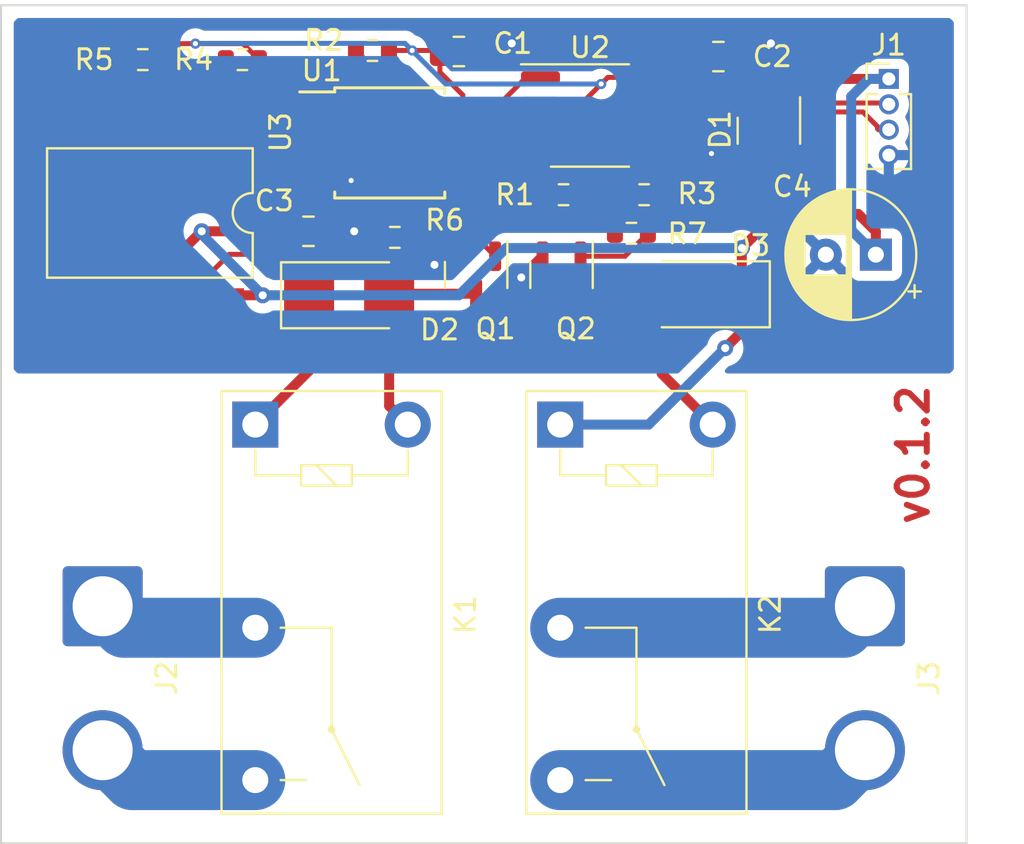
<source format=kicad_pcb>
(kicad_pcb (version 20211014) (generator pcbnew)
  (layers (0 "F.Cu" signal) (31 "B.Cu" signal) (34 "B.Paste" user) (35 "F.Paste" user) (36 "B.SilkS" user "B.Silkscreen") (37 "F.SilkS" user "F.Silkscreen") (38 "B.Mask" user) (39 "F.Mask" user) (44 "Edge.Cuts" user))
  (net 0 "")
  (net 1 "VCC")
  (net 2 "GND")
  (net 3 "/A")
  (net 4 "/B")
  (net 5 "Net-(R1-Pad2)")
  (net 6 "Net-(R2-Pad2)")
  (net 7 "Net-(R3-Pad2)")
  (net 9 "Net-(U3-Pad1)")
  (net 10 "Net-(U3-Pad3)")
  (net 11 "/R1")
  (net 12 "/R2")
  (net 13 "Net-(U3-Pad7)")
  (net 14 "Net-(U3-Pad5)")
  (net 15 "Net-(R6-Pad2)")
  (net 16 "Net-(R7-Pad2)")
  (net 17 "Net-(Q1-Pad3)")
  (net 18 "Net-(Q2-Pad3)")
  (net 19 "Net-(K1-Pad2)")
  (net 20 "Net-(K1-Pad3)")
  (net 21 "Net-(K2-Pad2)")
  (net 22 "Net-(K2-Pad3)")
  (footprint "Connector_PinHeader_1.27mm:PinHeader_1x04_P1.27mm_Vertical" (layer "F.Cu") (at 126.2888 50.038)
    (fp_text reference "J1" (at 0 -1.695) (layer "F.SilkS"))
    (fp_text value "Conn_01x04_Male")
    (fp_line (start -1.11 0.76) (end -1.11 4.505) (layer "F.SilkS") (width 0.12))
    (fp_line (start 0.563471 0.76) (end 1.11 0.76) (layer "F.SilkS") (width 0.12))
    (fp_line (start -1.11 -0.76) (end 0 -0.76) (layer "F.SilkS") (width 0.12))
    (fp_line (start -1.11 4.505) (end -0.30753 4.505) (layer "F.SilkS") (width 0.12))
    (fp_line (start 1.11 0.76) (end 1.11 4.505) (layer "F.SilkS") (width 0.12))
    (fp_line (start -1.11 0.76) (end -0.563471 0.76) (layer "F.SilkS") (width 0.12))
    (fp_line (start -1.11 0) (end -1.11 -0.76) (layer "F.SilkS") (width 0.12))
    (fp_line (start 0.30753 4.505) (end 1.11 4.505) (layer "F.SilkS") (width 0.12))
    (pad "1" thru_hole rect locked (at 0 0) (size 1 1) (drill 0.65) (layers *.Cu *.Mask) (net 1 "VCC"))
    (pad "2" thru_hole oval locked (at 0 1.27) (size 1 1) (drill 0.65) (layers *.Cu *.Mask) (net 4 "/B"))
    (pad "3" thru_hole oval locked (at 0 2.54) (size 1 1) (drill 0.65) (layers *.Cu *.Mask) (net 3 "/A"))
    (pad "4" thru_hole oval locked (at 0 3.81) (size 1 1) (drill 0.65) (layers *.Cu *.Mask) (net 2 "GND"))
  )
  (footprint "Package_TO_SOT_SMD:SOT-23" (layer "F.Cu") (at 109.9312 59.8424 -90)
    (fp_text reference "Q2" (at 2.6924 -0.7112 180) (layer "F.SilkS"))
    (fp_text value "MMBT3904")
    (fp_line (start 0 1.56) (end 0.65 1.56) (layer "F.SilkS") (width 0.12))
    (fp_line (start 0 -1.56) (end 0.65 -1.56) (layer "F.SilkS") (width 0.12))
    (fp_line (start 0 1.56) (end -0.65 1.56) (layer "F.SilkS") (width 0.12))
    (fp_line (start 0 -1.56) (end -1.675 -1.56) (layer "F.SilkS") (width 0.12))
    (pad "1" smd roundrect locked (at -0.9375 -0.95 270) (size 1.475 0.6) (layers "F.Cu" "F.Paste" "F.Mask") (net 16 "Net-(R7-Pad2)"))
    (pad "2" smd roundrect locked (at -0.9375 0.95 270) (size 1.475 0.6) (layers "F.Cu" "F.Paste" "F.Mask") (net 2 "GND"))
    (pad "3" smd roundrect locked (at 0.9375 0 270) (size 1.475 0.6) (layers "F.Cu" "F.Paste" "F.Mask") (net 18 "Net-(Q2-Pad3)"))
  )
  (footprint "Capacitor_SMD:C_0805_2012Metric" (layer "F.Cu") (at 117.7696 48.9204)
    (fp_text reference "C2" (at 2.6924 0) (layer "F.SilkS"))
    (fp_text value "0.1uF")
    (fp_line (start -0.261252 0.735) (end 0.261252 0.735) (layer "F.SilkS") (width 0.12))
    (fp_line (start -0.261252 -0.735) (end 0.261252 -0.735) (layer "F.SilkS") (width 0.12))
    (pad "1" smd roundrect locked (at -0.95 0) (size 1 1.45) (layers "F.Cu" "F.Paste" "F.Mask") (net 1 "VCC"))
    (pad "2" smd roundrect locked (at 0.95 0) (size 1 1.45) (layers "F.Cu" "F.Paste" "F.Mask") (net 2 "GND"))
  )
  (footprint "Package_TO_SOT_SMD:SOT-23" (layer "F.Cu") (at 105.664 59.8424 -90)
    (fp_text reference "Q1" (at 2.6924 -0.9652 180) (layer "F.SilkS"))
    (fp_text value "MMBT3904")
    (fp_line (start 0 1.56) (end -0.65 1.56) (layer "F.SilkS") (width 0.12))
    (fp_line (start 0 1.56) (end 0.65 1.56) (layer "F.SilkS") (width 0.12))
    (fp_line (start 0 -1.56) (end -1.675 -1.56) (layer "F.SilkS") (width 0.12))
    (fp_line (start 0 -1.56) (end 0.65 -1.56) (layer "F.SilkS") (width 0.12))
    (pad "1" smd roundrect locked (at -0.9375 -0.95 270) (size 1.475 0.6) (layers "F.Cu" "F.Paste" "F.Mask") (net 15 "Net-(R6-Pad2)"))
    (pad "2" smd roundrect locked (at -0.9375 0.95 270) (size 1.475 0.6) (layers "F.Cu" "F.Paste" "F.Mask") (net 2 "GND"))
    (pad "3" smd roundrect locked (at 0.9375 0 270) (size 1.475 0.6) (layers "F.Cu" "F.Paste" "F.Mask") (net 17 "Net-(Q1-Pad3)"))
  )
  (footprint "Package_SO:SOIC-8_3.9x4.9mm_P1.27mm" (layer "F.Cu") (at 111.3536 51.8668)
    (fp_text reference "U2" (at 0 -3.4) (layer "F.SilkS"))
    (fp_text value "MAX485E")
    (fp_line (start 0 -2.56) (end -3.45 -2.56) (layer "F.SilkS") (width 0.12))
    (fp_line (start 0 2.56) (end 1.95 2.56) (layer "F.SilkS") (width 0.12))
    (fp_line (start 0 -2.56) (end 1.95 -2.56) (layer "F.SilkS") (width 0.12))
    (fp_line (start 0 2.56) (end -1.95 2.56) (layer "F.SilkS") (width 0.12))
    (pad "1" smd roundrect locked (at -2.475 -1.905) (size 1.95 0.6) (layers "F.Cu" "F.Paste" "F.Mask") (net 6 "Net-(R2-Pad2)"))
    (pad "2" smd roundrect locked (at -2.475 -0.635) (size 1.95 0.6) (layers "F.Cu" "F.Paste" "F.Mask") (net 7 "Net-(R3-Pad2)"))
    (pad "3" smd roundrect locked (at -2.475 0.635) (size 1.95 0.6) (layers "F.Cu" "F.Paste" "F.Mask") (net 7 "Net-(R3-Pad2)"))
    (pad "4" smd roundrect locked (at -2.475 1.905) (size 1.95 0.6) (layers "F.Cu" "F.Paste" "F.Mask") (net 5 "Net-(R1-Pad2)"))
    (pad "5" smd roundrect locked (at 2.475 1.905) (size 1.95 0.6) (layers "F.Cu" "F.Paste" "F.Mask") (net 2 "GND"))
    (pad "6" smd roundrect locked (at 2.475 0.635) (size 1.95 0.6) (layers "F.Cu" "F.Paste" "F.Mask") (net 3 "/A"))
    (pad "7" smd roundrect locked (at 2.475 -0.635) (size 1.95 0.6) (layers "F.Cu" "F.Paste" "F.Mask") (net 4 "/B"))
    (pad "8" smd roundrect locked (at 2.475 -1.905) (size 1.95 0.6) (layers "F.Cu" "F.Paste" "F.Mask") (net 1 "VCC"))
  )
  (footprint "Diode_SMD:D_SMA" (layer "F.Cu") (at 99.314 60.8584)
    (fp_text reference "D2" (at 4.5212 1.7272) (layer "F.SilkS"))
    (fp_text value "1N4001")
    (fp_line (start -3.4 1.65) (end 2 1.65) (layer "F.SilkS") (width 0.12))
    (fp_line (start -3.4 -1.65) (end -3.4 1.65) (layer "F.SilkS") (width 0.12))
    (fp_line (start -3.4 -1.65) (end 2 -1.65) (layer "F.SilkS") (width 0.12))
    (pad "1" smd rect locked (at -2 0) (size 2.5 1.8) (layers "F.Cu" "F.Paste" "F.Mask") (net 1 "VCC"))
    (pad "2" smd rect locked (at 2 0) (size 2.5 1.8) (layers "F.Cu" "F.Paste" "F.Mask") (net 17 "Net-(Q1-Pad3)"))
  )
  (footprint "Resistor_SMD:R_0603_1608Metric" (layer "F.Cu") (at 89.0016 49.0728 180)
    (fp_text reference "R5" (at 2.4384 0) (layer "F.SilkS"))
    (fp_text value "1k")
    (fp_line (start -0.237258 -0.5225) (end 0.237258 -0.5225) (layer "F.SilkS") (width 0.12))
    (fp_line (start -0.237258 0.5225) (end 0.237258 0.5225) (layer "F.SilkS") (width 0.12))
    (pad "1" smd roundrect locked (at -0.825 0 180) (size 0.8 0.95) (layers "F.Cu" "F.Paste" "F.Mask") (net 1 "VCC"))
    (pad "2" smd roundrect locked (at 0.825 0 180) (size 0.8 0.95) (layers "F.Cu" "F.Paste" "F.Mask") (net 10 "Net-(U3-Pad3)"))
  )
  (footprint "Resistor_SMD:R_0603_1608Metric" (layer "F.Cu") (at 113.4242 57.7596)
    (fp_text reference "R7" (at 2.7808 0.0254) (layer "F.SilkS"))
    (fp_text value "1k")
    (fp_line (start -0.237258 -0.5225) (end 0.237258 -0.5225) (layer "F.SilkS") (width 0.12))
    (fp_line (start -0.237258 0.5225) (end 0.237258 0.5225) (layer "F.SilkS") (width 0.12))
    (pad "1" smd roundrect locked (at -0.825 0) (size 0.8 0.95) (layers "F.Cu" "F.Paste" "F.Mask") (net 14 "Net-(U3-Pad5)"))
    (pad "2" smd roundrect locked (at 0.825 0) (size 0.8 0.95) (layers "F.Cu" "F.Paste" "F.Mask") (net 16 "Net-(R7-Pad2)"))
  )
  (footprint "Relay_THT:Relay_SPST_Omron-G5Q-1A" (layer "F.Cu") (at 109.865 67.325 -90)
    (fp_text reference "K2" (at 9.5 -10.5 90) (layer "F.SilkS"))
    (fp_text value "G5Q-1A")
    (fp_line (start 17.78 -1.27) (end 17.78 -2.54) (layer "F.SilkS") (width 0.12))
    (fp_line (start 2.54 -2.29) (end 2.03 -2.29) (layer "F.SilkS") (width 0.12))
    (fp_line (start 2.03 -4.83) (end 2.54 -4.83) (layer "F.SilkS") (width 0.12))
    (fp_line (start 2.54 -4.83) (end 3.05 -4.83) (layer "F.SilkS") (width 0.12))
    (fp_line (start -1.68 -9.31) (end 19.46 -9.31) (layer "F.SilkS") (width 0.12))
    (fp_line (start 19.46 1.69) (end 19.46 -9.31) (layer "F.SilkS") (width 0.12))
    (fp_line (start 2.54 0) (end 2.54 -2.29) (layer "F.SilkS") (width 0.12))
    (fp_line (start -1.68 1.69) (end -1.68 -9.31) (layer "F.SilkS") (width 0.12))
    (fp_line (start 2.03 -2.29) (end 2.03 -4.83) (layer "F.SilkS") (width 0.12))
    (fp_line (start 2.54 -4.83) (end 2.54 -7.62) (layer "F.SilkS") (width 0.12))
    (fp_line (start 1.27 0) (end 2.54 0) (layer "F.SilkS") (width 0.12))
    (fp_line (start 10.16 -3.81) (end 15.24 -3.81) (layer "F.SilkS") (width 0.12))
    (fp_line (start -1.68 1.69) (end 19.46 1.69) (layer "F.SilkS") (width 0.12))
    (fp_line (start 10.16 -1.27) (end 10.16 -3.81) (layer "F.SilkS") (width 0.12))
    (fp_line (start 3.05 -2.29) (end 2.54 -2.29) (layer "F.SilkS") (width 0.12))
    (fp_line (start 3.05 -4.83) (end 3.05 -2.29) (layer "F.SilkS") (width 0.12))
    (fp_line (start 2.03 -3.05) (end 3.05 -4.06) (layer "F.SilkS") (width 0.12))
    (fp_line (start 2.54 -7.62) (end 1.27 -7.62) (layer "F.SilkS") (width 0.12))
    (fp_line (start 15.24 -3.81) (end 18.03 -5.21) (layer "F.SilkS") (width 0.12))
    (fp_circle (center 15.24 -3.81) (end 15.24 -3.68) (layer "F.SilkS") (width 0.12) (fill none))
    (pad "1" thru_hole rect locked (at 0 0 90) (size 2.3 2.3) (drill 1.3) (layers *.Cu *.Mask) (net 1 "VCC"))
    (pad "2" thru_hole circle locked (at 10.16 0 90) (size 2.3 2.3) (drill 1.3) (layers *.Cu *.Mask) (net 21 "Net-(K2-Pad2)"))
    (pad "3" thru_hole circle locked (at 17.78 0 90) (size 2.3 2.3) (drill 1.3) (layers *.Cu *.Mask) (net 22 "Net-(K2-Pad3)"))
    (pad "5" thru_hole circle locked (at 0 -7.62 90) (size 2.3 2.3) (drill 1.3) (layers *.Cu *.Mask) (net 18 "Net-(Q2-Pad3)"))
  )
  (footprint "Package_TO_SOT_SMD:SOT-23" (layer "F.Cu") (at 120.2944 52.6288 -90)
    (fp_text reference "D1" (at -0.0508 2.4384 90) (layer "F.SilkS"))
    (fp_text value "SM712_SOT23")
    (fp_line (start 0 1.56) (end 0.65 1.56) (layer "F.SilkS") (width 0.12))
    (fp_line (start 0 1.56) (end -0.65 1.56) (layer "F.SilkS") (width 0.12))
    (fp_line (start 0 -1.56) (end -1.675 -1.56) (layer "F.SilkS") (width 0.12))
    (fp_line (start 0 -1.56) (end 0.65 -1.56) (layer "F.SilkS") (width 0.12))
    (pad "1" smd roundrect locked (at -0.9375 -0.95 270) (size 1.475 0.6) (layers "F.Cu" "F.Paste" "F.Mask") (net 3 "/A"))
    (pad "2" smd roundrect locked (at -0.9375 0.95 270) (size 1.475 0.6) (layers "F.Cu" "F.Paste" "F.Mask") (net 4 "/B"))
    (pad "3" smd roundrect locked (at 0.9375 0 270) (size 1.475 0.6) (layers "F.Cu" "F.Paste" "F.Mask") (net 2 "GND"))
  )
  (footprint "Resistor_SMD:R_0603_1608Metric" (layer "F.Cu") (at 110.0328 55.8292 180)
    (fp_text reference "R1" (at 2.4384 0) (layer "F.SilkS"))
    (fp_text value "10K")
    (fp_line (start -0.237258 0.5225) (end 0.237258 0.5225) (layer "F.SilkS") (width 0.12))
    (fp_line (start -0.237258 -0.5225) (end 0.237258 -0.5225) (layer "F.SilkS") (width 0.12))
    (pad "1" smd roundrect locked (at -0.825 0 180) (size 0.8 0.95) (layers "F.Cu" "F.Paste" "F.Mask") (net 1 "VCC"))
    (pad "2" smd roundrect locked (at 0.825 0 180) (size 0.8 0.95) (layers "F.Cu" "F.Paste" "F.Mask") (net 5 "Net-(R1-Pad2)"))
  )
  (footprint "Connector_Wire:SolderWire-2.5sqmm_1x02_P7.2mm_D2.4mm_OD3.6mm" (layer "F.Cu") (at 125.095 76.41 -90)
    (fp_text reference "J3" (at 3.6 -3.2 90) (layer "F.SilkS"))
    (fp_text value "Conn_01x02_Male")
    (pad "1" thru_hole roundrect locked (at 0 0 270) (size 4 4) (drill 3) (layers *.Cu *.Mask) (roundrect_rratio 0.0625) (net 21 "Net-(K2-Pad2)"))
    (pad "2" thru_hole circle locked (at 7.2 0 270) (size 4 4) (drill 3) (layers *.Cu *.Mask) (net 22 "Net-(K2-Pad3)"))
  )
  (footprint "Capacitor_SMD:C_0805_2012Metric" (layer "F.Cu") (at 97.282 57.658)
    (fp_text reference "C3" (at -1.712 -1.524 180) (layer "F.SilkS"))
    (fp_text value "0.1uF")
    (fp_line (start -0.261252 0.735) (end 0.261252 0.735) (layer "F.SilkS") (width 0.12))
    (fp_line (start -0.261252 -0.735) (end 0.261252 -0.735) (layer "F.SilkS") (width 0.12))
    (pad "1" smd roundrect locked (at -0.95 0) (size 1 1.45) (layers "F.Cu" "F.Paste" "F.Mask") (net 1 "VCC"))
    (pad "2" smd roundrect locked (at 0.95 0) (size 1 1.45) (layers "F.Cu" "F.Paste" "F.Mask") (net 2 "GND"))
  )
  (footprint "Relay_THT:Relay_SPST_Omron-G5Q-1A" (layer "F.Cu") (at 94.625 67.325 -90)
    (fp_text reference "K1" (at 9.5 -10.5 90) (layer "F.SilkS"))
    (fp_text value "G5Q-1A")
    (fp_line (start 2.54 -4.83) (end 2.54 -7.62) (layer "F.SilkS") (width 0.12))
    (fp_line (start 2.03 -2.29) (end 2.03 -4.83) (layer "F.SilkS") (width 0.12))
    (fp_line (start 2.54 -2.29) (end 2.03 -2.29) (layer "F.SilkS") (width 0.12))
    (fp_line (start 3.05 -4.83) (end 3.05 -2.29) (layer "F.SilkS") (width 0.12))
    (fp_line (start 10.16 -1.27) (end 10.16 -3.81) (layer "F.SilkS") (width 0.12))
    (fp_line (start 17.78 -1.27) (end 17.78 -2.54) (layer "F.SilkS") (width 0.12))
    (fp_line (start 10.16 -3.81) (end 15.24 -3.81) (layer "F.SilkS") (width 0.12))
    (fp_line (start 1.27 0) (end 2.54 0) (layer "F.SilkS") (width 0.12))
    (fp_line (start 2.03 -3.05) (end 3.05 -4.06) (layer "F.SilkS") (width 0.12))
    (fp_line (start 15.24 -3.81) (end 18.03 -5.21) (layer "F.SilkS") (width 0.12))
    (fp_line (start 2.03 -4.83) (end 2.54 -4.83) (layer "F.SilkS") (width 0.12))
    (fp_line (start -1.68 1.69) (end 19.46 1.69) (layer "F.SilkS") (width 0.12))
    (fp_line (start 3.05 -2.29) (end 2.54 -2.29) (layer "F.SilkS") (width 0.12))
    (fp_line (start 2.54 0) (end 2.54 -2.29) (layer "F.SilkS") (width 0.12))
    (fp_line (start 19.46 1.69) (end 19.46 -9.31) (layer "F.SilkS") (width 0.12))
    (fp_line (start 2.54 -7.62) (end 1.27 -7.62) (layer "F.SilkS") (width 0.12))
    (fp_line (start -1.68 1.69) (end -1.68 -9.31) (layer "F.SilkS") (width 0.12))
    (fp_line (start 2.54 -4.83) (end 3.05 -4.83) (layer "F.SilkS") (width 0.12))
    (fp_line (start -1.68 -9.31) (end 19.46 -9.31) (layer "F.SilkS") (width 0.12))
    (fp_circle (center 15.24 -3.81) (end 15.24 -3.68) (layer "F.SilkS") (width 0.12) (fill none))
    (pad "1" thru_hole rect locked (at 0 0 90) (size 2.3 2.3) (drill 1.3) (layers *.Cu *.Mask) (net 1 "VCC"))
    (pad "2" thru_hole circle locked (at 10.16 0 90) (size 2.3 2.3) (drill 1.3) (layers *.Cu *.Mask) (net 19 "Net-(K1-Pad2)"))
    (pad "3" thru_hole circle locked (at 17.78 0 90) (size 2.3 2.3) (drill 1.3) (layers *.Cu *.Mask) (net 20 "Net-(K1-Pad3)"))
    (pad "5" thru_hole circle locked (at 0 -7.62 90) (size 2.3 2.3) (drill 1.3) (layers *.Cu *.Mask) (net 17 "Net-(Q1-Pad3)"))
  )
  (footprint "Resistor_SMD:R_0603_1608Metric" (layer "F.Cu") (at 100.4824 48.6156 180)
    (fp_text reference "R2" (at 2.4384 0.508) (layer "F.SilkS"))
    (fp_text value "10K")
    (fp_line (start -0.237258 0.5225) (end 0.237258 0.5225) (layer "F.SilkS") (width 0.12))
    (fp_line (start -0.237258 -0.5225) (end 0.237258 -0.5225) (layer "F.SilkS") (width 0.12))
    (pad "1" smd roundrect locked (at -0.825 0 180) (size 0.8 0.95) (layers "F.Cu" "F.Paste" "F.Mask") (net 1 "VCC"))
    (pad "2" smd roundrect locked (at 0.825 0 180) (size 0.8 0.95) (layers "F.Cu" "F.Paste" "F.Mask") (net 6 "Net-(R2-Pad2)"))
  )
  (footprint "Resistor_SMD:R_0603_1608Metric" (layer "F.Cu") (at 93.98 49.0728 180)
    (fp_text reference "R4" (at 2.4384 0) (layer "F.SilkS"))
    (fp_text value "1k")
    (fp_line (start -0.237258 0.5225) (end 0.237258 0.5225) (layer "F.SilkS") (width 0.12))
    (fp_line (start -0.237258 -0.5225) (end 0.237258 -0.5225) (layer "F.SilkS") (width 0.12))
    (pad "1" smd roundrect locked (at -0.825 0 180) (size 0.8 0.95) (layers "F.Cu" "F.Paste" "F.Mask") (net 1 "VCC"))
    (pad "2" smd roundrect locked (at 0.825 0 180) (size 0.8 0.95) (layers "F.Cu" "F.Paste" "F.Mask") (net 9 "Net-(U3-Pad1)"))
  )
  (footprint "Diode_SMD:D_SMA" (layer "F.Cu") (at 116.9416 60.8076 180)
    (fp_text reference "D3" (at -2.4384 2.4384) (layer "F.SilkS"))
    (fp_text value "1N4001")
    (fp_line (start -3.4 1.65) (end 2 1.65) (layer "F.SilkS") (width 0.12))
    (fp_line (start -3.4 -1.65) (end -3.4 1.65) (layer "F.SilkS") (width 0.12))
    (fp_line (start -3.4 -1.65) (end 2 -1.65) (layer "F.SilkS") (width 0.12))
    (pad "1" smd rect locked (at -2 0 180) (size 2.5 1.8) (layers "F.Cu" "F.Paste" "F.Mask") (net 1 "VCC"))
    (pad "2" smd rect locked (at 2 0 180) (size 2.5 1.8) (layers "F.Cu" "F.Paste" "F.Mask") (net 18 "Net-(Q2-Pad3)"))
  )
  (footprint "Capacitor_SMD:C_0805_2012Metric" (layer "F.Cu") (at 104.8004 48.6664)
    (fp_text reference "C1" (at 2.6924 -0.4064) (layer "F.SilkS"))
    (fp_text value "0.1uF")
    (fp_line (start -0.261252 0.735) (end 0.261252 0.735) (layer "F.SilkS") (width 0.12))
    (fp_line (start -0.261252 -0.735) (end 0.261252 -0.735) (layer "F.SilkS") (width 0.12))
    (pad "1" smd roundrect locked (at -0.95 0) (size 1 1.45) (layers "F.Cu" "F.Paste" "F.Mask") (net 1 "VCC"))
    (pad "2" smd roundrect locked (at 0.95 0) (size 1 1.45) (layers "F.Cu" "F.Paste" "F.Mask") (net 2 "GND"))
  )
  (footprint "Capacitor_THT:CP_Radial_D6.3mm_P2.50mm" (layer "F.Cu") (at 125.64238 58.8264 180)
    (fp_text reference "C4" (at 4.17958 3.4036) (layer "F.SilkS"))
    (fp_text value "100uF")
    (fp_line (start 2.731 1.04) (end 2.731 2.876) (layer "F.SilkS") (width 0.12))
    (fp_line (start 3.251 -2.548) (end 3.251 -1.04) (layer "F.SilkS") (width 0.12))
    (fp_line (start 1.25 -3.23) (end 1.25 3.23) (layer "F.SilkS") (width 0.12))
    (fp_line (start -1.935241 -2.154) (end -1.935241 -1.524) (layer "F.SilkS") (width 0.12))
    (fp_line (start 3.051 -2.69) (end 3.051 -1.04) (layer "F.SilkS") (width 0.12))
    (fp_line (start 4.251 -1.262) (end 4.251 1.262) (layer "F.SilkS") (width 0.12))
    (fp_line (start 2.091 -3.121) (end 2.091 -1.04) (layer "F.SilkS") (width 0.12))
    (fp_line (start 3.531 1.04) (end 3.531 2.305) (layer "F.SilkS") (width 0.12))
    (fp_line (start 4.211 -1.35) (end 4.211 1.35) (layer "F.SilkS") (width 0.12))
    (fp_line (start 1.81 -3.182) (end 1.81 -1.04) (layer "F.SilkS") (width 0.12))
    (fp_line (start 2.251 1.04) (end 2.251 3.074) (layer "F.SilkS") (width 0.12))
    (fp_line (start 4.371 -0.94) (end 4.371 0.94) (layer "F.SilkS") (width 0.12))
    (fp_line (start 3.211 1.04) (end 3.211 2.578) (layer "F.SilkS") (width 0.12))
    (fp_line (start 1.77 1.04) (end 1.77 3.189) (layer "F.SilkS") (width 0.12))
    (fp_line (start 2.331 -3.047) (end 2.331 -1.04) (layer "F.SilkS") (width 0.12))
    (fp_line (start 2.371 1.04) (end 2.371 3.033) (layer "F.SilkS") (width 0.12))
    (fp_line (start 3.051 1.04) (end 3.051 2.69) (layer "F.SilkS") (width 0.12))
    (fp_line (start 2.291 1.04) (end 2.291 3.061) (layer "F.SilkS") (width 0.12))
    (fp_line (start 2.171 -3.098) (end 2.171 -1.04) (layer "F.SilkS") (width 0.12))
    (fp_line (start 1.85 1.04) (end 1.85 3.175) (layer "F.SilkS") (width 0.12))
    (fp_line (start 2.851 -2.812) (end 2.851 -1.04) (layer "F.SilkS") (width 0.12))
    (fp_line (start 3.811 -1.995) (end 3.811 1.995) (layer "F.SilkS") (width 0.12))
    (fp_line (start 3.291 -2.516) (end 3.291 -1.04) (layer "F.SilkS") (width 0.12))
    (fp_line (start 2.091 1.04) (end 2.091 3.121) (layer "F.SilkS") (width 0.12))
    (fp_line (start 3.291 1.04) (end 3.291 2.516) (layer "F.SilkS") (width 0.12))
    (fp_line (start 3.411 1.04) (end 3.411 2.416) (layer "F.SilkS") (width 0.12))
    (fp_line (start 4.331 -1.059) (end 4.331 1.059) (layer "F.SilkS") (width 0.12))
    (fp_line (start 2.451 -3.002) (end 2.451 -1.04) (layer "F.SilkS") (width 0.12))
    (fp_line (start 3.331 1.04) (end 3.331 2.484) (layer "F.SilkS") (width 0.12))
    (fp_line (start 2.971 1.04) (end 2.971 2.742) (layer "F.SilkS") (width 0.12))
    (fp_line (start 2.971 -2.742) (end 2.971 -1.04) (layer "F.SilkS") (width 0.12))
    (fp_line (start 3.971 -1.776) (end 3.971 1.776) (layer "F.SilkS") (width 0.12))
    (fp_line (start 4.291 -1.165) (end 4.291 1.165) (layer "F.SilkS") (width 0.12))
    (fp_line (start 3.651 -2.182) (end 3.651 2.182) (layer "F.SilkS") (width 0.12))
    (fp_line (start 4.491 -0.402) (end 4.491 0.402) (layer "F.SilkS") (width 0.12))
    (fp_line (start 2.131 1.04) (end 2.131 3.11) (layer "F.SilkS") (width 0.12))
    (fp_line (start -2.250241 -1.839) (end -1.620241 -1.839) (layer "F.SilkS") (width 0.12))
    (fp_line (start 3.451 1.04) (end 3.451 2.38) (layer "F.SilkS") (width 0.12))
    (fp_line (start 2.651 -2.916) (end 2.651 -1.04) (layer "F.SilkS") (width 0.12))
    (fp_line (start 2.331 1.04) (end 2.331 3.047) (layer "F.SilkS") (width 0.12))
    (fp_line (start 2.731 -2.876) (end 2.731 -1.04) (layer "F.SilkS") (width 0.12))
    (fp_line (start 2.531 -2.97) (end 2.531 -1.04) (layer "F.SilkS") (width 0.12))
    (fp_line (start 3.251 1.04) (end 3.251 2.548) (layer "F.SilkS") (width 0.12))
    (fp_line (start 1.61 -3.211) (end 1.61 -1.04) (layer "F.SilkS") (width 0.12))
    (fp_line (start 1.37 -3.228) (end 1.37 3.228) (layer "F.SilkS") (width 0.12))
    (fp_line (start 4.011 -1.714) (end 4.011 1.714) (layer "F.SilkS") (width 0.12))
    (fp_line (start 1.81 1.04) (end 1.81 3.182) (layer "F.SilkS") (width 0.12))
    (fp_line (start 3.171 -2.607) (end 3.171 -1.04) (layer "F.SilkS") (width 0.12))
    (fp_line (start 2.211 1.04) (end 2.211 3.086) (layer "F.SilkS") (width 0.12))
    (fp_line (start 2.251 -3.074) (end 2.251 -1.04) (layer "F.SilkS") (width 0.12))
    (fp_line (start 2.931 -2.766) (end 2.931 -1.04) (layer "F.SilkS") (width 0.12))
    (fp_line (start 1.33 -3.23) (end 1.33 3.23) (layer "F.SilkS") (width 0.12))
    (fp_line (start 2.051 -3.131) (end 2.051 -1.04) (layer "F.SilkS") (width 0.12))
    (fp_line (start 2.771 1.04) (end 2.771 2.856) (layer "F.SilkS") (width 0.12))
    (fp_line (start 2.611 1.04) (end 2.611 2.934) (layer "F.SilkS") (width 0.12))
    (fp_line (start 1.971 -3.15) (end 1.971 -1.04) (layer "F.SilkS") (width 0.12))
    (fp_line (start 3.891 -1.89) (end 3.891 1.89) (layer "F.SilkS") (width 0.12))
    (fp_line (start 1.93 1.04) (end 1.93 3.159) (layer "F.SilkS") (width 0.12))
    (fp_line (start 1.69 1.04) (end 1.69 3.201) (layer "F.SilkS") (width 0.12))
    (fp_line (start 3.011 -2.716) (end 3.011 -1.04) (layer "F.SilkS") (width 0.12))
    (fp_line (start 2.051 1.04) (end 2.051 3.131) (layer "F.SilkS") (width 0.12))
    (fp_line (start 3.411 -2.416) (end 3.411 -1.04) (layer "F.SilkS") (width 0.12))
    (fp_line (start 1.85 -3.175) (end 1.85 -1.04) (layer "F.SilkS") (width 0.12))
    (fp_line (start 2.651 1.04) (end 2.651 2.916) (layer "F.SilkS") (width 0.12))
    (fp_line (start 3.371 -2.45) (end 3.371 -1.04) (layer "F.SilkS") (width 0.12))
    (fp_line (start 2.811 -2.834) (end 2.811 -1.04) (layer "F.SilkS") (width 0.12))
    (fp_line (start 3.851 -1.944) (end 3.851 1.944) (layer "F.SilkS") (width 0.12))
    (fp_line (start 3.211 -2.578) (end 3.211 -1.04) (layer "F.SilkS") (width 0.12))
    (fp_line (start 1.57 1.04) (end 1.57 3.215) (layer "F.SilkS") (width 0.12))
    (fp_line (start 1.57 -3.215) (end 1.57 -1.04) (layer "F.SilkS") (width 0.12))
    (fp_line (start 1.971 1.04) (end 1.971 3.15) (layer "F.SilkS") (width 0.12))
    (fp_line (start 4.411 -0.802) (end 4.411 0.802) (layer "F.SilkS") (width 0.12))
    (fp_line (start 1.65 -3.206) (end 1.65 -1.04) (layer "F.SilkS") (width 0.12))
    (fp_line (start 3.931 -1.834) (end 3.931 1.834) (layer "F.SilkS") (width 0.12))
    (fp_line (start 1.73 -3.195) (end 1.73 -1.04) (layer "F.SilkS") (width 0.12))
    (fp_line (start 4.451 -0.633) (end 4.451 0.633) (layer "F.SilkS") (width 0.12))
    (fp_line (start 3.091 1.04) (end 3.091 2.664) (layer "F.SilkS") (width 0.12))
    (fp_line (start 3.771 -2.044) (end 3.771 2.044) (layer "F.SilkS") (width 0.12))
    (fp_line (start 1.61 1.04) (end 1.61 3.211) (layer "F.SilkS") (width 0.12))
    (fp_line (start 3.131 -2.636) (end 3.131 -1.04) (layer "F.SilkS") (width 0.12))
    (fp_line (start 1.41 -3.227) (end 1.41 3.227) (layer "F.SilkS") (width 0.12))
    (fp_line (start 1.73 1.04) (end 1.73 3.195) (layer "F.SilkS") (width 0.12))
    (fp_line (start 3.131 1.04) (end 3.131 2.636) (layer "F.SilkS") (width 0.12))
    (fp_line (start 1.77 -3.189) (end 1.77 -1.04) (layer "F.SilkS") (width 0.12))
    (fp_line (start 3.691 -2.137) (end 3.691 2.137) (layer "F.SilkS") (width 0.12))
    (fp_line (start 1.49 1.04) (end 1.49 3.222) (layer "F.SilkS") (width 0.12))
    (fp_line (start 2.411 -3.018) (end 2.411 -1.04) (layer "F.SilkS") (width 0.12))
    (fp_line (start 4.051 -1.65) (end 4.051 1.65) (layer "F.SilkS") (width 0.12))
    (fp_line (start 3.571 -2.265) (end 3.571 2.265) (layer "F.SilkS") (width 0.12))
    (fp_line (start 1.93 -3.159) (end 1.93 -1.04) (layer "F.SilkS") (width 0.12))
    (fp_line (start 2.371 -3.033) (end 2.371 -1.04) (layer "F.SilkS") (width 0.12))
    (fp_line (start 1.69 -3.201) (end 1.69 -1.04) (layer "F.SilkS") (width 0.12))
    (fp_line (start 2.491 -2.986) (end 2.491 -1.04) (layer "F.SilkS") (width 0.12))
    (fp_line (start 1.89 -3.167) (end 1.89 -1.04) (layer "F.SilkS") (width 0.12))
    (fp_line (start 2.211 -3.086) (end 2.211 -1.04) (layer "F.SilkS") (width 0.12))
    (fp_line (start 3.331 -2.484) (end 3.331 -1.04) (layer "F.SilkS") (width 0.12))
    (fp_line (start 2.571 1.04) (end 2.571 2.952) (layer "F.SilkS") (width 0.12))
    (fp_line (start 4.171 -1.432) (end 4.171 1.432) (layer "F.SilkS") (width 0.12))
    (fp_line (start 2.811 1.04) (end 2.811 2.834) (layer "F.SilkS") (width 0.12))
    (fp_line (start 2.891 -2.79) (end 2.891 -1.04) (layer "F.SilkS") (width 0.12))
    (fp_line (start 2.491 1.04) (end 2.491 2.986) (layer "F.SilkS") (width 0.12))
    (fp_line (start 3.451 -2.38) (end 3.451 -1.04) (layer "F.SilkS") (width 0.12))
    (fp_line (start 2.771 -2.856) (end 2.771 -1.04) (layer "F.SilkS") (width 0.12))
    (fp_line (start 2.011 -3.141) (end 2.011 -1.04) (layer "F.SilkS") (width 0.12))
    (fp_line (start 2.451 1.04) (end 2.451 3.002) (layer "F.SilkS") (width 0.12))
    (fp_line (start 1.89 1.04) (end 1.89 3.167) (layer "F.SilkS") (width 0.12))
    (fp_line (start 1.53 1.04) (end 1.53 3.218) (layer "F.SilkS") (width 0.12))
    (fp_line (start 2.571 -2.952) (end 2.571 -1.04) (layer "F.SilkS") (width 0.12))
    (fp_line (start 2.851 1.04) (end 2.851 2.812) (layer "F.SilkS") (width 0.12))
    (fp_line (start 3.491 1.04) (end 3.491 2.343) (layer "F.SilkS") (width 0.12))
    (fp_line (start 2.891 1.04) (end 2.891 2.79) (layer "F.SilkS") (width 0.12))
    (fp_line (start 2.411 1.04) (end 2.411 3.018) (layer "F.SilkS") (width 0.12))
    (fp_line (start 3.011 1.04) (end 3.011 2.716) (layer "F.SilkS") (width 0.12))
    (fp_line (start 2.131 -3.11) (end 2.131 -1.04) (layer "F.SilkS") (width 0.12))
    (fp_line (start 3.091 -2.664) (end 3.091 -1.04) (layer "F.SilkS") (width 0.12))
    (fp_line (start 4.131 -1.509) (end 4.131 1.509) (layer "F.SilkS") (width 0.12))
    (fp_line (start 3.531 -2.305) (end 3.531 -1.04) (layer "F.SilkS") (width 0.12))
    (fp_line (start 1.49 -3.222) (end 1.49 -1.04) (layer "F.SilkS") (width 0.12))
    (fp_line (start 2.011 1.04) (end 2.011 3.141) (layer "F.SilkS") (width 0.12))
    (fp_line (start 4.091 -1.581) (end 4.091 1.581) (layer "F.SilkS") (width 0.12))
    (fp_line (start 1.29 -3.23) (end 1.29 3.23) (layer "F.SilkS") (width 0.12))
    (fp_line (start 2.931 1.04) (end 2.931 2.766) (layer "F.SilkS") (width 0.12))
    (fp_line (start 3.171 1.04) (end 3.171 2.607) (layer "F.SilkS") (width 0.12))
    (fp_line (start 1.45 -3.224) (end 1.45 3.224) (layer "F.SilkS") (width 0.12))
    (fp_line (start 2.691 1.04) (end 2.691 2.896) (layer "F.SilkS") (width 0.12))
    (fp_line (start 2.531 1.04) (end 2.531 2.97) (layer "F.SilkS") (width 0.12))
    (fp_line (start 3.611 -2.224) (end 3.611 2.224) (layer "F.SilkS") (width 0.12))
    (fp_line (start 1.53 -3.218) (end 1.53 -1.04) (layer "F.SilkS") (width 0.12))
    (fp_line (start 3.491 -2.343) (end 3.491 -1.04) (layer "F.SilkS") (width 0.12))
    (fp_line (start 3.731 -2.092) (end 3.731 2.092) (layer "F.SilkS") (width 0.12))
    (fp_line (start 3.371 1.04) (end 3.371 2.45) (layer "F.SilkS") (width 0.12))
    (fp_line (start 2.171 1.04) (end 2.171 3.098) (layer "F.SilkS") (width 0.12))
    (fp_line (start 2.611 -2.934) (end 2.611 -1.04) (layer "F.SilkS") (width 0.12))
    (fp_line (start 2.691 -2.896) (end 2.691 -1.04) (layer "F.SilkS") (width 0.12))
    (fp_line (start 1.65 1.04) (end 1.65 3.206) (layer "F.SilkS") (width 0.12))
    (fp_line (start 2.291 -3.061) (end 2.291 -1.04) (layer "F.SilkS") (width 0.12))
    (fp_circle (center 1.25 0) (end 4.52 0) (layer "F.SilkS") (width 0.12) (fill none))
    (pad "1" thru_hole rect locked (at 0 0 180) (size 1.6 1.6) (drill 0.8) (layers *.Cu *.Mask) (net 1 "VCC"))
    (pad "2" thru_hole circle locked (at 2.5 0 180) (size 1.6 1.6) (drill 0.8) (layers *.Cu *.Mask) (net 2 "GND"))
  )
  (footprint "Package_DIP:SMDIP-8_W9.53mm" (layer "F.Cu") (at 89.3572 56.7436 -90)
    (fp_text reference "U3" (at -4.0386 -6.5278 90) (layer "F.SilkS"))
    (fp_text value "LTV-827S")
    (fp_line (start -3.235 5.14) (end 3.235 5.14) (layer "F.SilkS") (width 0.12))
    (fp_line (start -1 -5.14) (end -3.235 -5.14) (layer "F.SilkS") (width 0.12))
    (fp_line (start 3.235 5.14) (end 3.235 -5.14) (layer "F.SilkS") (width 0.12))
    (fp_line (start -3.235 -5.14) (end -3.235 5.14) (layer "F.SilkS") (width 0.12))
    (fp_line (start 3.235 -5.14) (end 1 -5.14) (layer "F.SilkS") (width 0.12))
    (fp_arc (start 1 -5.14) (mid 0 -4.14) (end -1 -5.14) (layer "F.SilkS") (width 0.12))
    (pad "1" smd rect locked (at -4.765 -3.81 270) (size 2 1.78) (layers "F.Cu" "F.Paste" "F.Mask") (net 9 "Net-(U3-Pad1)"))
    (pad "2" smd rect locked (at -4.765 -1.27 270) (size 2 1.78) (layers "F.Cu" "F.Paste" "F.Mask") (net 11 "/R1"))
    (pad "3" smd rect locked (at -4.765 1.27 270) (size 2 1.78) (layers "F.Cu" "F.Paste" "F.Mask") (net 10 "Net-(U3-Pad3)"))
    (pad "4" smd rect locked (at -4.765 3.81 270) (size 2 1.78) (layers "F.Cu" "F.Paste" "F.Mask") (net 12 "/R2"))
    (pad "5" smd rect locked (at 4.765 3.81 270) (size 2 1.78) (layers "F.Cu" "F.Paste" "F.Mask") (net 14 "Net-(U3-Pad5)"))
    (pad "6" smd rect locked (at 4.765 1.27 270) (size 2 1.78) (layers "F.Cu" "F.Paste" "F.Mask") (net 1 "VCC"))
    (pad "7" smd rect locked (at 4.765 -1.27 270) (size 2 1.78) (layers "F.Cu" "F.Paste" "F.Mask") (net 13 "Net-(U3-Pad7)"))
    (pad "8" smd rect locked (at 4.765 -3.81 270) (size 2 1.78) (layers "F.Cu" "F.Paste" "F.Mask") (net 1 "VCC"))
  )
  (footprint "Resistor_SMD:R_0603_1608Metric" (layer "F.Cu") (at 114.0582 55.8292)
    (fp_text reference "R3" (at 2.6416 -0.0508) (layer "F.SilkS"))
    (fp_text value "10K")
    (fp_line (start -0.237258 -0.5225) (end 0.237258 -0.5225) (layer "F.SilkS") (width 0.12))
    (fp_line (start -0.237258 0.5225) (end 0.237258 0.5225) (layer "F.SilkS") (width 0.12))
    (pad "1" smd roundrect locked (at -0.825 0) (size 0.8 0.95) (layers "F.Cu" "F.Paste" "F.Mask") (net 1 "VCC"))
    (pad "2" smd roundrect locked (at 0.825 0) (size 0.8 0.95) (layers "F.Cu" "F.Paste" "F.Mask") (net 7 "Net-(R3-Pad2)"))
  )
  (footprint "Resistor_SMD:R_0603_1608Metric" (layer "F.Cu") (at 101.6 57.9628)
    (fp_text reference "R6" (at 2.4892 -0.8636) (layer "F.SilkS"))
    (fp_text value "1k")
    (fp_line (start -0.237258 0.5225) (end 0.237258 0.5225) (layer "F.SilkS") (width 0.12))
    (fp_line (start -0.237258 -0.5225) (end 0.237258 -0.5225) (layer "F.SilkS") (width 0.12))
    (pad "1" smd roundrect locked (at -0.825 0) (size 0.8 0.95) (layers "F.Cu" "F.Paste" "F.Mask") (net 13 "Net-(U3-Pad7)"))
    (pad "2" smd roundrect locked (at 0.825 0) (size 0.8 0.95) (layers "F.Cu" "F.Paste" "F.Mask") (net 15 "Net-(R6-Pad2)"))
  )
  (footprint "Package_SO:SOIC-8W_5.3x5.3mm_P1.27mm" (layer "F.Cu") (at 101.346 53.2384)
    (fp_text reference "U1" (at -3.4036 -3.6068) (layer "F.SilkS"))
    (fp_text value "ATtiny85V-10S")
    (fp_line (start 2.75 -2.755) (end 2.75 -2.455) (layer "F.SilkS") (width 0.15))
    (fp_line (start -2.75 -2.55) (end -4.5 -2.55) (layer "F.SilkS") (width 0.15))
    (fp_line (start -2.75 2.755) (end -2.75 2.455) (layer "F.SilkS") (width 0.15))
    (fp_line (start -2.75 -2.755) (end 2.75 -2.755) (layer "F.SilkS") (width 0.15))
    (fp_line (start -2.75 -2.755) (end -2.75 -2.55) (layer "F.SilkS") (width 0.15))
    (fp_line (start -2.75 2.755) (end 2.75 2.755) (layer "F.SilkS") (width 0.15))
    (fp_line (start 2.75 2.755) (end 2.75 2.455) (layer "F.SilkS") (width 0.15))
    (pad "1" smd rect locked (at -3.65 -1.905) (size 1.7 0.65) (layers "F.Cu" "F.Paste" "F.Mask"))
    (pad "2" smd rect locked (at -3.65 -0.635) (size 1.7 0.65) (layers "F.Cu" "F.Paste" "F.Mask") (net 11 "/R1"))
    (pad "3" smd rect locked (at -3.65 0.635) (size 1.7 0.65) (layers "F.Cu" "F.Paste" "F.Mask") (net 12 "/R2"))
    (pad "4" smd rect locked (at -3.65 1.905) (size 1.7 0.65) (layers "F.Cu" "F.Paste" "F.Mask") (net 2 "GND"))
    (pad "5" smd rect locked (at 3.65 1.905) (size 1.7 0.65) (layers "F.Cu" "F.Paste" "F.Mask") (net 5 "Net-(R1-Pad2)"))
    (pad "6" smd rect locked (at 3.65 0.635) (size 1.7 0.65) (layers "F.Cu" "F.Paste" "F.Mask") (net 7 "Net-(R3-Pad2)"))
    (pad "7" smd rect locked (at 3.65 -0.635) (size 1.7 0.65) (layers "F.Cu" "F.Paste" "F.Mask") (net 6 "Net-(R2-Pad2)"))
    (pad "8" smd rect locked (at 3.65 -1.905) (size 1.7 0.65) (layers "F.Cu" "F.Paste" "F.Mask") (net 1 "VCC"))
  )
  (footprint "Connector_Wire:SolderWire-2.5sqmm_1x02_P7.2mm_D2.4mm_OD3.6mm" (layer "F.Cu") (at 86.995 76.41 -90)
    (fp_text reference "J2" (at 3.6 -3.2 90) (layer "F.SilkS"))
    (fp_text value "Conn_01x02_Male")
    (pad "1" thru_hole roundrect locked (at 0 0 270) (size 4 4) (drill 3) (layers *.Cu *.Mask) (roundrect_rratio 0.0625) (net 19 "Net-(K1-Pad2)"))
    (pad "2" thru_hole circle locked (at 7.2 0 270) (size 4 4) (drill 3) (layers *.Cu *.Mask) (net 20 "Net-(K1-Pad3)"))
  )
  (gr_line (start 81.915 78.74) (end 81.915 46.355) (layer "Edge.Cuts") (width 0.1))
  (gr_line (start 81.915 85.725) (end 81.915 88.265) (layer "Edge.Cuts") (width 0.1))
  (gr_line (start 130.175 88.265) (end 81.915 88.265) (layer "Edge.Cuts") (width 0.1))
  (gr_line (start 130.175 46.355) (end 130.175 88.265) (layer "Edge.Cuts") (width 0.1))
  (gr_line (start 81.915 46.355) (end 130.175 46.355) (layer "Edge.Cuts") (width 0.1))
  (gr_line (start 81.915 84.455) (end 81.915 85.725) (layer "Edge.Cuts") (width 0.1))
  (gr_line (start 81.915 84.455) (end 81.915 78.74) (layer "Edge.Cuts") (width 0.1))
  (gr_text "v0.1.2" (at 127.508 68.834 90) (layer "F.Cu") (effects (font (size 1.5 1.5) (thickness 0.3))))
  (segment (start 119.5832 50.292) (end 118.1912 50.292) (width 0.5) (layer "F.Cu") (net 1))
  (segment (start 125.64238 58.8264) (end 125.64238 57.67198) (width 0.5) (layer "F.Cu") (net 1))
  (segment (start 103.8504 48.6664) (end 103.8504 49.6976) (width 0.25) (layer "F.Cu") (net 1))
  (segment (start 118.9416 62.6684) (end 118.11 63.5) (width 0.5) (layer "F.Cu") (net 1))
  (segment (start 104.996 50.8432) (end 104.996 51.3334) (width 0.25) (layer "F.Cu") (net 1))
  (segment (start 89.8266 49.0728) (end 90.62612 48.27328) (width 0.25) (layer "F.Cu") (net 1))
  (segment (start 97.314 60.8584) (end 97.314 64.636) (width 0.5) (layer "F.Cu") (net 1))
  (segment (start 97.314 64.636) (end 94.625 67.325) (width 0.5) (layer "F.Cu") (net 1))
  (segment (start 93.8174 60.8584) (end 93.1672 61.5086) (width 0.5) (layer "F.Cu") (net 1))
  (segment (start 97.314 60.8584) (end 94.996 60.8584) (width 0.5) (layer "F.Cu") (net 1))
  (segment (start 94.996 60.8584) (end 93.8174 60.8584) (width 0.5) (layer "F.Cu") (net 1))
  (segment (start 118.9228 58.5216) (end 118.9416 58.5404) (width 0.5) (layer "F.Cu") (net 1))
  (segment (start 90.62612 48.27328) (end 91.62992 48.27328) (width 0.25) (layer "F.Cu") (net 1))
  (segment (start 118.9416 58.5404) (end 118.9416 60.8076) (width 0.5) (layer "F.Cu") (net 1))
  (segment (start 125.64238 57.67198) (end 124.7648 56.7944) (width 0.5) (layer "F.Cu") (net 1))
  (segment (start 113.8286 49.9618) (end 115.7782 49.9618) (width 0.25) (layer "F.Cu") (net 1))
  (segment (start 110.8578 55.8292) (end 110.8578 51.3466) (width 0.25) (layer "F.Cu") (net 1))
  (segment (start 110.8578 55.8292) (end 113.2332 55.8292) (width 0.25) (layer "F.Cu") (net 1))
  (segment (start 91.62992 48.27328) (end 94.00548 48.27328) (width 0.25) (layer "F.Cu") (net 1))
  (segment (start 110.8578 51.3466) (end 111.9124 50.292) (width 0.25) (layer "F.Cu") (net 1))
  (segment (start 118.9416 60.8076) (end 118.9416 62.6684) (width 0.5) (layer "F.Cu") (net 1))
  (segment (start 101.3074 48.6156) (end 102.4636 48.6156) (width 0.25) (layer "F.Cu") (net 1))
  (segment (start 118.2624 60.8076) (end 118.9416 60.8076) (width 0.5) (layer "F.Cu") (net 1))
  (segment (start 119.8372 50.038) (end 119.5832 50.292) (width 0.5) (layer "F.Cu") (net 1))
  (segment (start 115.7782 49.9618) (end 116.8196 48.9204) (width 0.25) (layer "F.Cu") (net 1))
  (segment (start 126.2888 50.038) (end 119.8372 50.038) (width 0.5) (layer "F.Cu") (net 1))
  (segment (start 96.332 57.658) (end 91.948 57.658) (width 0.5) (layer "F.Cu") (net 1))
  (segment (start 120.65 56.7944) (end 118.9482 58.4962) (width 0.5) (layer "F.Cu") (net 1))
  (segment (start 118.1912 50.292) (end 116.8196 48.9204) (width 0.5) (layer "F.Cu") (net 1))
  (segment (start 124.7648 56.7944) (end 120.65 56.7944) (width 0.5) (layer "F.Cu") (net 1))
  (segment (start 113.8286 49.9618) (end 112.2426 49.9618) (width 0.25) (layer "F.Cu") (net 1))
  (segment (start 112.2426 49.9618) (end 111.9124 50.292) (width 0.25) (layer "F.Cu") (net 1))
  (segment (start 103.8504 49.6976) (end 104.996 50.8432) (width 0.25) (layer "F.Cu") (net 1))
  (segment (start 91.9378 57.658) (end 88.0872 61.5086) (width 0.5) (layer "F.Cu") (net 1))
  (segment (start 91.948 57.658) (end 91.9378 57.658) (width 0.5) (layer "F.Cu") (net 1))
  (segment (start 94.00548 48.27328) (end 94.805 49.0728) (width 0.25) (layer "F.Cu") (net 1))
  (segment (start 103.7996 48.6156) (end 103.8504 48.6664) (width 0.25) (layer "F.Cu") (net 1))
  (segment (start 118.9482 58.4962) (end 118.9228 58.5216) (width 0.5) (layer "F.Cu") (net 1))
  (segment (start 102.4636 48.6156) (end 103.7996 48.6156) (width 0.25) (layer "F.Cu") (net 1))
  (via (at 91.62992 48.27328) (size 0.508) (drill 0.254) (layers "F.Cu" "B.Cu") (net 1))
  (via (at 111.9124 50.292) (size 0.508) (drill 0.254) (layers "F.Cu" "B.Cu") (net 1))
  (via (at 118.9482 58.4962) (size 0.8) (drill 0.4) (layers "F.Cu" "B.Cu") (net 1))
  (via (at 91.948 57.658) (size 0.8) (drill 0.4) (layers "F.Cu" "B.Cu") (net 1))
  (via (at 118.11 63.5) (size 0.8) (drill 0.4) (layers "F.Cu" "B.Cu") (net 1))
  (via (at 94.996 60.8584) (size 0.8) (drill 0.4) (layers "F.Cu" "B.Cu") (net 1))
  (via (at 102.4636 48.6156) (size 0.508) (drill 0.254) (layers "F.Cu" "B.Cu") (net 1))
  (segment (start 125.2888 50.038) (end 126.2888 50.038) (width 0.5) (layer "B.Cu") (net 1))
  (segment (start 104.8004 60.8584) (end 107.1626 58.4962) (width 0.5) (layer "B.Cu") (net 1))
  (segment (start 114.285 67.325) (end 109.865 67.325) (width 0.5) (layer "B.Cu") (net 1))
  (segment (start 111.9124 50.292) (end 104.14 50.292) (width 0.25) (layer "B.Cu") (net 1))
  (segment (start 125.64238 58.8264) (end 124.4092 57.59322) (width 0.5) (layer "B.Cu") (net 1))
  (segment (start 118.11 63.5) (end 114.285 67.325) (width 0.5) (layer "B.Cu") (net 1))
  (segment (start 104.14 50.292) (end 102.4636 48.6156) (width 0.25) (layer "B.Cu") (net 1))
  (segment (start 118.9482 58.4962) (end 107.1626 58.4962) (width 0.5) (layer "B.Cu") (net 1))
  (segment (start 94.996 60.8584) (end 104.8004 60.8584) (width 0.5) (layer "B.Cu") (net 1))
  (segment (start 102.108 48.26) (end 102.4636 48.6156) (width 0.25) (layer "B.Cu") (net 1))
  (segment (start 124.4092 57.59322) (end 124.4092 50.9176) (width 0.5) (layer "B.Cu") (net 1))
  (segment (start 91.948 57.658) (end 91.948 57.8104) (width 0.5) (layer "B.Cu") (net 1))
  (segment (start 124.4092 50.9176) (end 125.2888 50.038) (width 0.5) (layer "B.Cu") (net 1))
  (segment (start 91.62992 48.27328) (end 91.6432 48.26) (width 0.25) (layer "B.Cu") (net 1))
  (segment (start 91.6432 48.26) (end 102.108 48.26) (width 0.25) (layer "B.Cu") (net 1))
  (segment (start 91.948 57.8104) (end 94.996 60.8584) (width 0.5) (layer "B.Cu") (net 1))
  (segment (start 105.7504 48.6664) (end 107.0356 48.6664) (width 0.5) (layer "F.Cu") (net 2))
  (segment (start 104.0107 58.9049) (end 103.5812 59.3344) (width 0.5) (layer "F.Cu") (net 2))
  (segment (start 99.4156 55.118) (end 97.7214 55.118) (width 0.25) (layer "F.Cu") (net 2))
  (segment (start 104.714 58.9049) (end 104.0107 58.9049) (width 0.5) (layer "F.Cu") (net 2))
  (segment (start 117.4242 53.7718) (end 120.0889 53.7718) (width 0.25) (layer "F.Cu") (net 2))
  (segment (start 113.8286 53.7718) (end 117.4242 53.7718) (width 0.25) (layer "F.Cu") (net 2))
  (segment (start 97.7214 55.118) (end 97.696 55.1434) (width 0.25) (layer "F.Cu") (net 2))
  (segment (start 107.91918 59.96692) (end 108.9812 58.9049) (width 0.5) (layer "F.Cu") (net 2))
  (segment (start 98.232 57.658) (end 99.568 57.658) (width 0.5) (layer "F.Cu") (net 2))
  (segment (start 120.0889 53.7718) (end 120.2944 53.5663) (width 0.25) (layer "F.Cu") (net 2))
  (segment (start 119.38 48.26) (end 118.7196 48.9204) (width 0.5) (layer "F.Cu") (net 2))
  (segment (start 120.396 48.26) (end 119.38 48.26) (width 0.5) (layer "F.Cu") (net 2))
  (segment (start 107.0356 48.6664) (end 107.442 48.26) (width 0.5) (layer "F.Cu") (net 2))
  (via (at 120.396 48.26) (size 0.8) (drill 0.4) (layers "F.Cu" "B.Cu") (net 2))
  (via (at 107.91918 59.96692) (size 0.8) (drill 0.4) (layers "F.Cu" "B.Cu") (net 2))
  (via (at 99.4156 55.118) (size 0.508) (drill 0.254) (layers "F.Cu" "B.Cu") (net 2))
  (via (at 107.442 48.26) (size 0.8) (drill 0.4) (layers "F.Cu" "B.Cu") (net 2))
  (via (at 103.5812 59.3344) (size 0.8) (drill 0.4) (layers "F.Cu" "B.Cu") (net 2))
  (via (at 99.568 57.658) (size 0.8) (drill 0.4) (layers "F.Cu" "B.Cu") (net 2))
  (via (at 117.4242 53.7718) (size 0.508) (drill 0.254) (layers "F.Cu" "B.Cu") (net 2))
  (segment (start 125.73 52.4256) (end 125.73 52.5272) (width 0.25) (layer "F.Cu") (net 3))
  (segment (start 119.698808 52.75332) (end 120.760828 51.6913) (width 0.25) (layer "F.Cu") (net 3))
  (segment (start 120.760828 51.6913) (end 121.2444 51.6913) (width 0.25) (layer "F.Cu") (net 3))
  (segment (start 114.08012 52.75332) (end 119.698808 52.75332) (width 0.25) (layer "F.Cu") (net 3))
  (segment (start 121.2444 51.6913) (end 124.9957 51.6913) (width 0.25) (layer "F.Cu") (net 3))
  (segment (start 125.73 52.5272) (end 125.7808 52.578) (width 0.25) (layer "F.Cu") (net 3))
  (segment (start 125.7808 52.578) (end 126.2888 52.578) (width 0.25) (layer "F.Cu") (net 3))
  (segment (start 113.8286 52.5018) (end 114.08012 52.75332) (width 0.25) (layer "F.Cu") (net 3))
  (segment (start 124.9957 51.6913) (end 125.73 52.4256) (width 0.25) (layer "F.Cu") (net 3))
  (segment (start 120.40642 50.62928) (end 119.3444 51.6913) (width 0.25) (layer "F.Cu") (net 4))
  (segment (start 126.2888 51.308) (end 126.22258 51.24178) (width 0.25) (layer "F.Cu") (net 4))
  (segment (start 119.3444 51.6913) (end 118.7319 52.3038) (width 0.25) (layer "F.Cu") (net 4))
  (segment (start 122.1232 51.161528) (end 121.590952 50.62928) (width 0.25) (layer "F.Cu") (net 4))
  (segment (start 114.3456 51.2318) (end 113.8286 51.2318) (width 0.25) (layer "F.Cu") (net 4))
  (segment (start 122.1232 51.24178) (end 122.1232 51.161528) (width 0.25) (layer "F.Cu") (net 4))
  (segment (start 126.22258 51.24178) (end 122.1232 51.24178) (width 0.25) (layer "F.Cu") (net 4))
  (segment (start 118.7319 52.3038) (end 115.4176 52.3038) (width 0.25) (layer "F.Cu") (net 4))
  (segment (start 115.4176 52.3038) (end 114.3456 51.2318) (width 0.25) (layer "F.Cu") (net 4))
  (segment (start 121.590952 50.62928) (end 120.40642 50.62928) (width 0.25) (layer "F.Cu") (net 4))
  (segment (start 106.7562 53.7718) (end 108.8786 53.7718) (width 0.25) (layer "F.Cu") (net 5))
  (segment (start 104.996 55.1434) (end 105.3846 55.1434) (width 0.25) (layer "F.Cu") (net 5))
  (segment (start 105.3846 55.1434) (end 106.7562 53.7718) (width 0.25) (layer "F.Cu") (net 5))
  (segment (start 108.8786 53.7718) (end 108.8786 55.5) (width 0.25) (layer "F.Cu") (net 5))
  (segment (start 108.8786 55.5) (end 109.2078 55.8292) (width 0.25) (layer "F.Cu") (net 5))
  (segment (start 99.6574 48.6156) (end 103.6452 52.6034) (width 0.25) (layer "F.Cu") (net 6))
  (segment (start 103.6452 52.6034) (end 104.996 52.6034) (width 0.25) (layer "F.Cu") (net 6))
  (segment (start 108.1626 49.9618) (end 108.8786 49.9618) (width 0.25) (layer "F.Cu") (net 6))
  (segment (start 105.521 52.6034) (end 108.1626 49.9618) (width 0.25) (layer "F.Cu") (net 6))
  (segment (start 104.996 52.6034) (end 105.521 52.6034) (width 0.25) (layer "F.Cu") (net 6))
  (segment (start 108.1626 51.2318) (end 108.8786 51.2318) (width 0.25) (layer "F.Cu") (net 7))
  (segment (start 114.8832 55.8292) (end 114.08368 56.62872) (width 0.25) (layer "F.Cu") (net 7))
  (segment (start 104.996 53.8734) (end 105.521 53.8734) (width 0.25) (layer "F.Cu") (net 7))
  (segment (start 105.521 53.8734) (end 108.1626 51.2318) (width 0.25) (layer "F.Cu") (net 7))
  (segment (start 104.471 53.8734) (end 104.996 53.8734) (width 0.25) (layer "F.Cu") (net 7))
  (segment (start 114.08368 56.62872) (end 104.657298 56.62872) (width 0.25) (layer "F.Cu") (net 7))
  (segment (start 108.8786 51.2318) (end 108.8786 52.5018) (width 0.25) (layer "F.Cu") (net 7))
  (segment (start 103.7844 55.755822) (end 103.7844 54.56) (width 0.25) (layer "F.Cu") (net 7))
  (segment (start 103.7844 54.56) (end 104.471 53.8734) (width 0.25) (layer "F.Cu") (net 7))
  (segment (start 104.657298 56.62872) (end 103.7844 55.755822) (width 0.25) (layer "F.Cu") (net 7))
  (segment (start 93.155 49.0728) (end 93.1672 49.085) (width 0.25) (layer "F.Cu") (net 9))
  (segment (start 93.1672 49.085) (end 93.1672 51.9786) (width 0.25) (layer "F.Cu") (net 9))
  (segment (start 88.1766 49.0728) (end 88.0872 49.1622) (width 0.25) (layer "F.Cu") (net 10))
  (segment (start 88.0872 49.1622) (end 88.0872 51.9786) (width 0.25) (layer "F.Cu") (net 10))
  (segment (start 92.07248 53.42388) (end 94.488 53.42388) (width 0.25) (layer "F.Cu") (net 11))
  (segment (start 94.488 53.42388) (end 95.30848 52.6034) (width 0.25) (layer "F.Cu") (net 11))
  (segment (start 95.30848 52.6034) (end 97.696 52.6034) (width 0.25) (layer "F.Cu") (net 11))
  (segment (start 90.6272 51.9786) (end 92.07248 53.42388) (width 0.25) (layer "F.Cu") (net 11))
  (segment (start 87.442 53.8734) (end 97.696 53.8734) (width 0.25) (layer "F.Cu") (net 12))
  (segment (start 85.5472 51.9786) (end 87.442 53.8734) (width 0.25) (layer "F.Cu") (net 12))
  (segment (start 93.32668 58.80912) (end 99.92868 58.80912) (width 0.25) (layer "F.Cu") (net 13))
  (segment (start 90.6272 61.5086) (end 93.32668 58.80912) (width 0.25) (layer "F.Cu") (net 13))
  (segment (start 99.92868 58.80912) (end 100.775 57.9628) (width 0.25) (layer "F.Cu") (net 13))
  (segment (start 104.64446 57.2516) (end 103.83343 56.44057) (width 0.25) (layer "F.Cu") (net 14))
  (segment (start 112.0912 57.2516) (end 104.64446 57.2516) (width 0.25) (layer "F.Cu") (net 14))
  (segment (start 87.70443 56.44057) (end 85.5472 58.5978) (width 0.25) (layer "F.Cu") (net 14))
  (segment (start 112.5992 57.7596) (end 112.0912 57.2516) (width 0.25) (layer "F.Cu") (net 14))
  (segment (start 103.83343 56.44057) (end 87.70443 56.44057) (width 0.25) (layer "F.Cu") (net 14))
  (segment (start 85.5472 58.5978) (end 85.5472 61.5086) (width 0.25) (layer "F.Cu") (net 14))
  (segment (start 105.55198 57.84288) (end 106.614 58.9049) (width 0.25) (layer "F.Cu") (net 15))
  (segment (start 102.425 57.9628) (end 102.54492 57.84288) (width 0.25) (layer "F.Cu") (net 15))
  (segment (start 102.54492 57.84288) (end 105.55198 57.84288) (width 0.25) (layer "F.Cu") (net 15))
  (segment (start 114.2492 57.7596) (end 113.1039 58.9049) (width 0.25) (layer "F.Cu") (net 16))
  (segment (start 110.8812 58.68864) (end 110.8812 58.9049) (width 0.25) (layer "F.Cu") (net 16))
  (segment (start 113.1039 58.9049) (end 110.8812 58.9049) (width 0.25) (layer "F.Cu") (net 16))
  (segment (start 105.664 60.7799) (end 101.3925 60.7799) (width 0.5) (layer "F.Cu") (net 17))
  (segment (start 101.314 66.394) (end 102.245 67.325) (width 0.5) (layer "F.Cu") (net 17))
  (segment (start 101.3925 60.7799) (end 101.314 60.8584) (width 0.5) (layer "F.Cu") (net 17))
  (segment (start 101.314 60.8584) (end 101.314 66.394) (width 0.5) (layer "F.Cu") (net 17))
  (segment (start 114.9416 60.8076) (end 114.9416 64.7816) (width 0.5) (layer "F.Cu") (net 18))
  (segment (start 114.9416 64.7816) (end 117.485 67.325) (width 0.5) (layer "F.Cu") (net 18))
  (segment (start 109.9312 60.7799) (end 109.9589 60.8076) (width 0.5) (layer "F.Cu") (net 18))
  (segment (start 109.9589 60.8076) (end 114.9416 60.8076) (width 0.5) (layer "F.Cu") (net 18))
  (segment (start 88.07 77.485) (end 86.995 76.41) (width 3) (layer "B.Cu") (net 19))
  (segment (start 94.625 77.485) (end 88.07 77.485) (width 3) (layer "B.Cu") (net 19))
  (segment (start 88.49 85.105) (end 86.995 83.61) (width 3) (layer "B.Cu") (net 20))
  (segment (start 94.625 85.105) (end 88.49 85.105) (width 3) (layer "B.Cu") (net 20))
  (segment (start 124.02 77.485) (end 125.095 76.41) (width 3) (layer "B.Cu") (net 21))
  (segment (start 109.865 77.485) (end 124.02 77.485) (width 3) (layer "B.Cu") (net 21))
  (segment (start 123.6 85.105) (end 125.095 83.61) (width 3) (layer "B.Cu") (net 22))
  (segment (start 109.865 85.105) (end 123.6 85.105) (width 3) (layer "B.Cu") (net 22))
  (zone (net 2) (net_name "GND") (layer "B.Cu") (connect_pads (clearance 0.508)) (min_thickness 0.254) (fill yes (thermal_gap 0.508) (thermal_bridge_width 0.508) (smoothing chamfer) (radius 0.2))
    (polygon (pts (xy 129.54 64.77) (xy 82.55 64.77) (xy 82.55 46.99) (xy 129.54 46.99)))
  )
)
</source>
